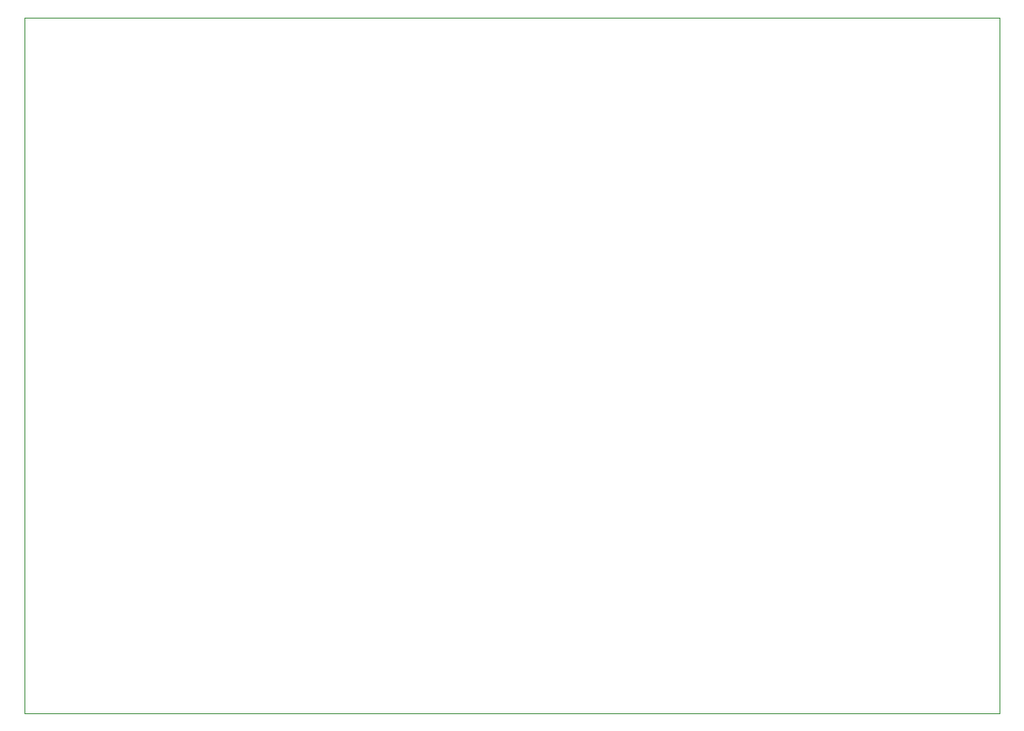
<source format=gbr>
G04 #@! TF.GenerationSoftware,KiCad,Pcbnew,(5.1.0)-1*
G04 #@! TF.CreationDate,2019-05-27T15:49:11-07:00*
G04 #@! TF.ProjectId,CC_Interconnect,43435f49-6e74-4657-9263-6f6e6e656374,rev?*
G04 #@! TF.SameCoordinates,Original*
G04 #@! TF.FileFunction,Profile,NP*
%FSLAX46Y46*%
G04 Gerber Fmt 4.6, Leading zero omitted, Abs format (unit mm)*
G04 Created by KiCad (PCBNEW (5.1.0)-1) date 2019-05-27 15:49:11*
%MOMM*%
%LPD*%
G04 APERTURE LIST*
%ADD10C,0.050000*%
G04 APERTURE END LIST*
D10*
X68580000Y-82550000D02*
X68580000Y-12700000D01*
X166370000Y-82550000D02*
X68580000Y-82550000D01*
X166370000Y-12700000D02*
X166370000Y-82550000D01*
X68580000Y-12700000D02*
X166370000Y-12700000D01*
M02*

</source>
